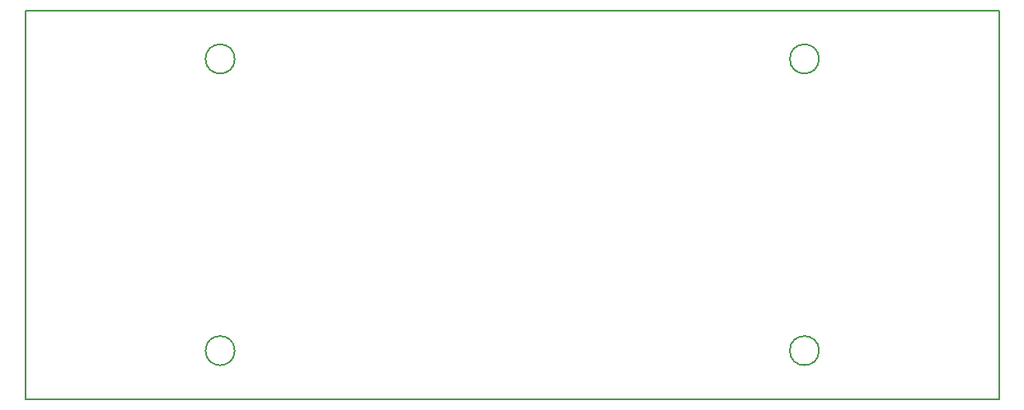
<source format=gbr>
%TF.GenerationSoftware,Altium Limited,Altium Designer,21.2.2 (38)*%
G04 Layer_Color=32896*
%FSLAX45Y45*%
%MOMM*%
%TF.SameCoordinates,908A5498-0BB4-4271-8F68-DE63ACD0DB91*%
%TF.FilePolarity,Positive*%
%TF.FileFunction,Other,Dimensions*%
%TF.Part,Single*%
G01*
G75*
%TA.AperFunction,NonConductor*%
%ADD12C,0.20000*%
D12*
X8150000Y3500000D02*
G03*
X8150000Y3500000I-150000J0D01*
G01*
Y500000D02*
G03*
X8150000Y500000I-150000J0D01*
G01*
X2150000D02*
G03*
X2150000Y500000I-150000J0D01*
G01*
Y3500000D02*
G03*
X2150000Y3500000I-150000J0D01*
G01*
X10000000Y0D02*
Y4000000D01*
X0D02*
X10000000D01*
X0Y0D02*
X10000000D01*
X0D02*
Y4000000D01*
%TF.MD5,e47aa1502a98a44cace18e4694d8b2d8*%
M02*

</source>
